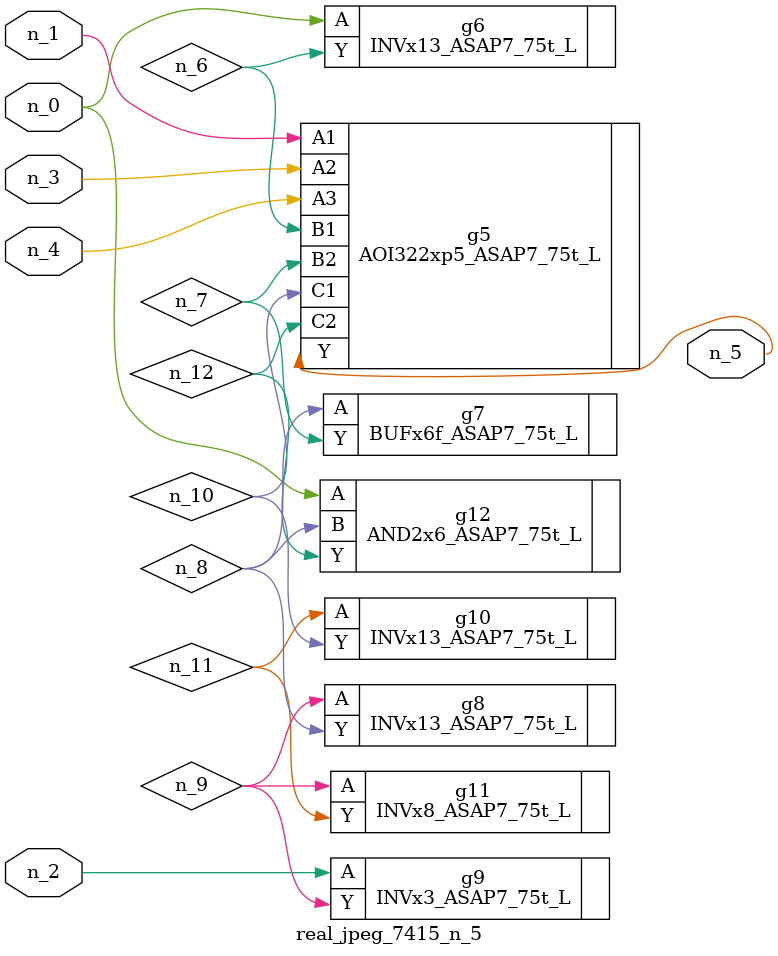
<source format=v>
module real_jpeg_7415_n_5 (n_4, n_0, n_1, n_2, n_3, n_5);

input n_4;
input n_0;
input n_1;
input n_2;
input n_3;

output n_5;

wire n_12;
wire n_8;
wire n_11;
wire n_6;
wire n_7;
wire n_10;
wire n_9;

INVx13_ASAP7_75t_L g6 ( 
.A(n_0),
.Y(n_6)
);

AND2x6_ASAP7_75t_L g12 ( 
.A(n_0),
.B(n_8),
.Y(n_12)
);

AOI322xp5_ASAP7_75t_L g5 ( 
.A1(n_1),
.A2(n_3),
.A3(n_4),
.B1(n_6),
.B2(n_7),
.C1(n_10),
.C2(n_12),
.Y(n_5)
);

INVx3_ASAP7_75t_L g9 ( 
.A(n_2),
.Y(n_9)
);

BUFx6f_ASAP7_75t_L g7 ( 
.A(n_8),
.Y(n_7)
);

INVx13_ASAP7_75t_L g8 ( 
.A(n_9),
.Y(n_8)
);

INVx8_ASAP7_75t_L g11 ( 
.A(n_9),
.Y(n_11)
);

INVx13_ASAP7_75t_L g10 ( 
.A(n_11),
.Y(n_10)
);


endmodule
</source>
